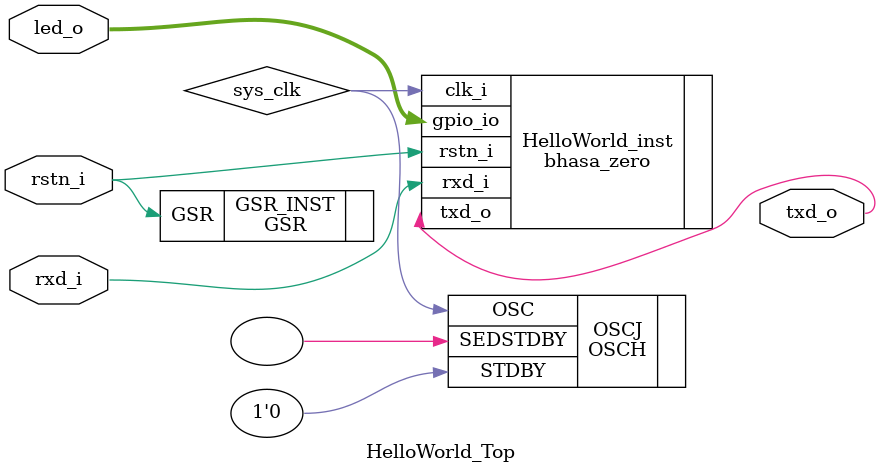
<source format=v>


// Copyright (c) 2019-2020 by Lattice Semiconductor Corporation
// ALL RIGHTS RESERVED
// ------------------------------------------------------------------
//
// IMPORTANT: THIS FILE IS USED BY OR GENERATED BY the LATTICE PROPELâ
// DEVELOPMENT SUITE, WHICH INCLUDES PROPEL BUILDER AND PROPEL SDK.
//
// Lattice grants permission to use this code pursuant to the
// terms of the Lattice Propel License Agreement.
//
// DISCLAIMER:
//
//  LATTICE MAKES NO WARRANTIES ON THIS FILE OR ITS CONTENTS, WHETHER
//  EXPRESSED, IMPLIED, STATUTORY, OR IN ANY PROVISION OF THE LATTICE
//  PROPEL LICENSE AGREEMENT OR COMMUNICATION WITH LICENSEE, AND LATTICE 
//  SPECIFICALLY DISCLAIMS ANY IMPLIED WARRANTY OF MERCHANTABILITY OR
//  FITNESS FOR A PARTICULAR PURPOSE.  LATTICE DOES NOT WARRANT THAT THE
//  FUNCTIONS CONTAINED HEREIN WILL MEET LICENSEE'S REQUIREMENTS, OR THAT
//  LICENSEE'S OPERATION OF ANY DEVICE, SOFTWARE OR SYSTEM USING THIS FILE
//  OR ITS CONTENTS WILL BE UNINTERRUPTED OR ERROR FREE, OR THAT DEFECTS
//  HEREIN WILL BE CORRECTED.  LICENSEE ASSUMES RESPONSIBILITY FOR 
//  SELECTION OF MATERIALS TO ACHIEVE ITS INTENDED RESULTS, AND FOR THE
//  PROPER INSTALLATION, USE, AND RESULTS OBTAINED THEREFROM.  LICENSEE
//  ASSUMES THE ENTIRE RISK OF THE FILE AND ITS CONTENTS PROVING DEFECTIVE
//  OR FAILING TO PERFORM PROPERLY AND IN SUCH EVENT, LICENSEE SHALL 
//  ASSUME THE ENTIRE COST AND RISK OF ANY REPAIR, SERVICE, CORRECTION, OR
//  ANY OTHER LIABILITIES OR DAMAGES CAUSED BY OR ASSOCIATED WITH THE 
//  SOFTWARE.  IN NO EVENT SHALL LATTICE BE LIABLE TO ANY PARTY FOR DIRECT,
//  INDIRECT,SPECIAL, INCIDENTAL, OR CONSEQUENTIAL DAMAGES, INCLUDING LOST
//  PROFITS, ARISING OUT OF THE USE OF THIS FILE OR ITS CONTENTS, EVEN IF
//  LATTICE HAS BEEN ADVISED OF THE POSSIBILITY OF SUCH DAMAGES. LATTICE'S
//  SOLE LIABILITY, AND LICENSEE'S SOLE REMEDY, IS SET FORTH ABOVE.  
//  LATTICE DOES NOT WARRANT OR REPRESENT THAT THIS FILE, ITS CONTENTS OR
//  USE THEREOF DOES NOT INFRINGE ON THIRD PARTIES' INTELLECTUAL PROPERTY
//  RIGHTS, INCLUDING ANY PATENT. IT IS THE USER'S RESPONSIBILITY TO VERIFY
//  THE USER SOFTWARE DESIGN FOR CONSISTENCY AND FUNCTIONALITY THROUGH THE
//  USE OF FORMAL SOFTWARE VALIDATION METHODS.
// ------------------------------------------------------------------

`timescale 1 ps / 1 ps 

module HelloWorld_Top (
	input  rstn_i,
	input  rxd_i,
	output txd_o,
	inout [7:0] led_o
);

GSR GSR_INST(.GSR(rstn_i));
wire sys_clk /*synthesis syn_keep = 1*/; 
OSCH #(.NOM_FREQ("38.0")) OSCJ (.STDBY(1'b0), .OSC(sys_clk), .SEDSTDBY());

bhasa_zero HelloWorld_inst (
	.clk_i(sys_clk),
	.rstn_i(rstn_i),
	.rxd_i(rxd_i),
	.txd_o(txd_o),
	.gpio_io(led_o)
);

endmodule

</source>
